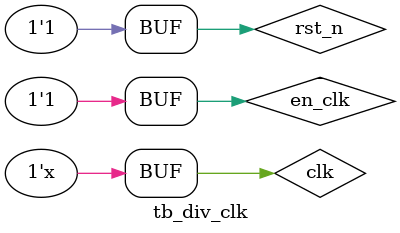
<source format=sv>
module tb_div_clk ();
  logic clk;
  logic en_clk;
  logic rst_n;
  logic scl_posedge;
  logic scl_negedge;

  div_clk div_clk (
    .clk(clk),
    .en_clk(en_clk),
    .rst_n(rst_n),
    .scl_posedge(scl_posedge),
    .scl_negedge(scl_negedge)  
    );
  always #20 clk = !clk ;
  initial begin
    clk = 1;
    rst_n = 1;
    en_clk = 0;
    #10
    rst_n = 0;
    #50
    rst_n = 1;
    #50;
    en_clk = 1 ;
  end
endmodule
</source>
